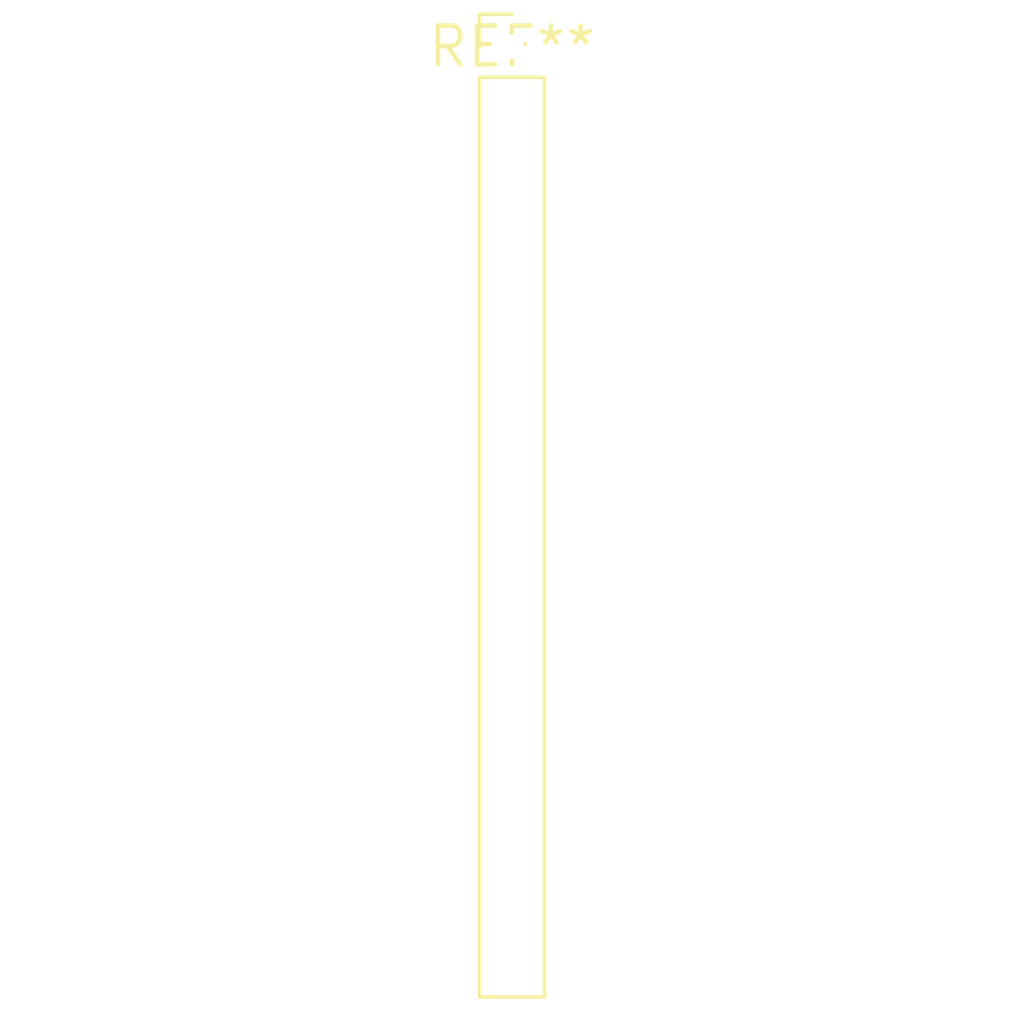
<source format=kicad_pcb>
(kicad_pcb (version 20240108) (generator pcbnew)
  (layers (0 "F.Cu" signal) (31 "B.Cu" signal) (34 "B.Paste" user) (35 "F.Paste" user) (36 "B.SilkS" user "B.Silkscreen") (37 "F.SilkS" user "F.Silkscreen") (38 "B.Mask" user) (39 "F.Mask" user) (44 "Edge.Cuts" user))
  (net 0 "")
  (footprint "PinHeader_1x16_P2.00mm_Vertical" (layer "F.Cu") (at 0 0)
    (property "Reference" "REF**")
    (property "Value" "PinHeader_1x16_P2.00mm_Vertical")
    (fp_line (start -1.06 -1.06) (end 0 -1.06) (layer "F.SilkS") (stroke (width 0.12)))
    (fp_line (start -1.06 0) (end -1.06 -1.06) (layer "F.SilkS") (stroke (width 0.12)))
    (fp_line (start -1.06 1) (end -1.06 31.06) (layer "F.SilkS") (stroke (width 0.12)))
    (fp_line (start -1.06 1) (end 1.06 1) (layer "F.SilkS") (stroke (width 0.12)))
    (fp_line (start -1.06 31.06) (end 1.06 31.06) (layer "F.SilkS") (stroke (width 0.12)))
    (fp_line (start 1.06 1) (end 1.06 31.06) (layer "F.SilkS") (stroke (width 0.12)))
    (pad "1" thru_hole rect (at 0 0) (size 1.35 1.35) (drill 0.8) (layers *.Cu *.Mask) (remove_unused_layers))
    (pad "2" thru_hole oval (at 0 2) (size 1.35 1.35) (drill 0.8) (layers *.Cu *.Mask) (remove_unused_layers))
    (pad "3" thru_hole oval (at 0 4) (size 1.35 1.35) (drill 0.8) (layers *.Cu *.Mask) (remove_unused_layers))
    (pad "4" thru_hole oval (at 0 6) (size 1.35 1.35) (drill 0.8) (layers *.Cu *.Mask) (remove_unused_layers))
    (pad "5" thru_hole oval (at 0 8) (size 1.35 1.35) (drill 0.8) (layers *.Cu *.Mask) (remove_unused_layers))
    (pad "6" thru_hole oval (at 0 10) (size 1.35 1.35) (drill 0.8) (layers *.Cu *.Mask) (remove_unused_layers))
    (pad "7" thru_hole oval (at 0 12) (size 1.35 1.35) (drill 0.8) (layers *.Cu *.Mask) (remove_unused_layers))
    (pad "8" thru_hole oval (at 0 14) (size 1.35 1.35) (drill 0.8) (layers *.Cu *.Mask) (remove_unused_layers))
    (pad "9" thru_hole oval (at 0 16) (size 1.35 1.35) (drill 0.8) (layers *.Cu *.Mask) (remove_unused_layers))
    (pad "10" thru_hole oval (at 0 18) (size 1.35 1.35) (drill 0.8) (layers *.Cu *.Mask) (remove_unused_layers))
    (pad "11" thru_hole oval (at 0 20) (size 1.35 1.35) (drill 0.8) (layers *.Cu *.Mask) (remove_unused_layers))
    (pad "12" thru_hole oval (at 0 22) (size 1.35 1.35) (drill 0.8) (layers *.Cu *.Mask) (remove_unused_layers))
    (pad "13" thru_hole oval (at 0 24) (size 1.35 1.35) (drill 0.8) (layers *.Cu *.Mask) (remove_unused_layers))
    (pad "14" thru_hole oval (at 0 26) (size 1.35 1.35) (drill 0.8) (layers *.Cu *.Mask) (remove_unused_layers))
    (pad "15" thru_hole oval (at 0 28) (size 1.35 1.35) (drill 0.8) (layers *.Cu *.Mask) (remove_unused_layers))
    (pad "16" thru_hole oval (at 0 30) (size 1.35 1.35) (drill 0.8) (layers *.Cu *.Mask) (remove_unused_layers))
  )
)
</source>
